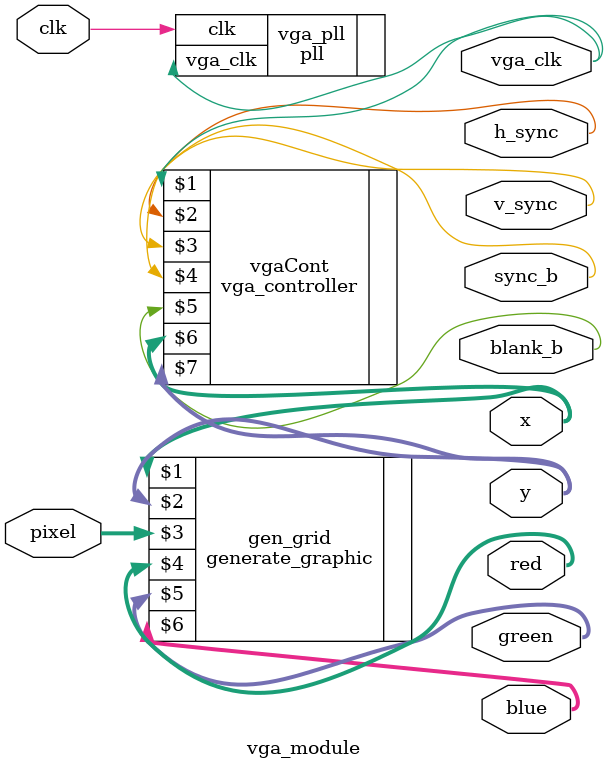
<source format=sv>
module vga_module(
						input logic [7:0] pixel, 
						input logic clk,
						output logic vga_clk, 
						output logic h_sync, 
						output logic v_sync, 
						output logic sync_b, 
						output logic blank_b,  
						output logic [7:0] red, 
						output logic [7:0] green, 
						output logic [7:0] blue,
						output logic [9:0] x,
						output logic [9:0] y

);


	pll vga_pll(.clk(clk), .vga_clk(vga_clk));
	
	vga_controller vgaCont(vga_clk, h_sync, v_sync, sync_b, blank_b, x, y);
	
	generate_graphic gen_grid(x, y, pixel[7:0], red, green, blue);


endmodule
</source>
